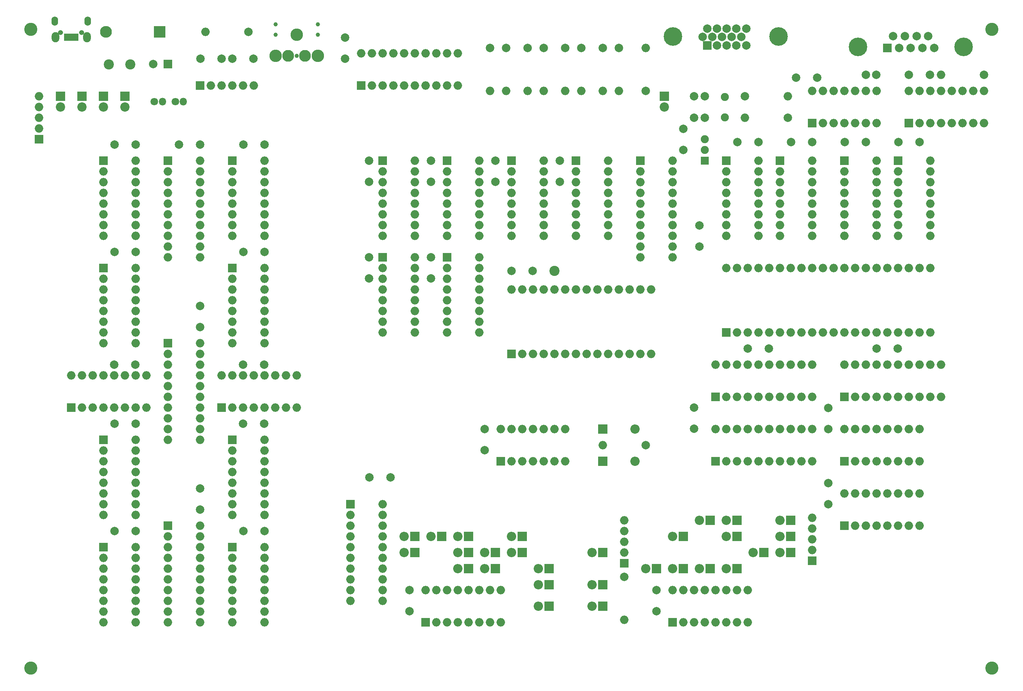
<source format=gbr>
%TF.GenerationSoftware,KiCad,Pcbnew,(5.1.6)-1*%
%TF.CreationDate,2020-07-16T21:59:04+01:00*%
%TF.ProjectId,Gigatron,47696761-7472-46f6-9e2e-6b696361645f,rev?*%
%TF.SameCoordinates,Original*%
%TF.FileFunction,Soldermask,Top*%
%TF.FilePolarity,Negative*%
%FSLAX46Y46*%
G04 Gerber Fmt 4.6, Leading zero omitted, Abs format (unit mm)*
G04 Created by KiCad (PCBNEW (5.1.6)-1) date 2020-07-16 21:59:04*
%MOMM*%
%LPD*%
G01*
G04 APERTURE LIST*
%ADD10C,3.100000*%
%ADD11O,1.200000X1.200000*%
%ADD12O,1.550000X2.200000*%
%ADD13O,1.850000X2.400000*%
%ADD14R,0.850000X1.700000*%
%ADD15C,4.400000*%
%ADD16C,2.000000*%
%ADD17R,2.000000X2.000000*%
%ADD18O,2.000000X2.000000*%
%ADD19C,1.900000*%
%ADD20R,1.900000X1.900000*%
%ADD21C,2.400000*%
%ADD22O,2.200000X2.200000*%
%ADD23R,2.200000X2.200000*%
%ADD24O,2.800000X2.800000*%
%ADD25R,2.800000X2.800000*%
%ADD26O,1.800000X1.800000*%
%ADD27C,1.800000*%
%ADD28C,2.950000*%
%ADD29C,2.800000*%
%ADD30C,1.000000*%
%ADD31C,2.200000*%
G04 APERTURE END LIST*
D10*
%TO.C,H4*%
X250825000Y-178435000D03*
%TD*%
%TO.C,H3*%
X23495000Y-178435000D03*
%TD*%
%TO.C,H2*%
X250825000Y-27305000D03*
%TD*%
%TO.C,H1*%
X23495000Y-27305000D03*
%TD*%
D11*
%TO.C,J1*%
X30520000Y-28105000D03*
X35520000Y-28105000D03*
D12*
X29145000Y-25355000D03*
X36895000Y-25355000D03*
D13*
X29295000Y-29155000D03*
X36745000Y-29155000D03*
D14*
X31720000Y-29205000D03*
X32370000Y-29205000D03*
X33020000Y-29205000D03*
X33670000Y-29205000D03*
X34320000Y-29205000D03*
%TD*%
D15*
%TO.C,J3*%
X175330000Y-29065000D03*
X200330000Y-29065000D03*
D16*
X192675000Y-27155000D03*
X190385000Y-27155000D03*
X188095000Y-27155000D03*
X185805000Y-27155000D03*
X183515000Y-27155000D03*
X191530000Y-29135000D03*
X189240000Y-29135000D03*
X186950000Y-29135000D03*
X184660000Y-29135000D03*
X182370000Y-29135000D03*
X192675000Y-31115000D03*
X190385000Y-31115000D03*
X188095000Y-31115000D03*
X185805000Y-31115000D03*
D17*
X183515000Y-31115000D03*
%TD*%
D15*
%TO.C,J4*%
X219100000Y-31450000D03*
X244100000Y-31450000D03*
D16*
X235755000Y-28910000D03*
X232985000Y-28910000D03*
X230215000Y-28910000D03*
X227445000Y-28910000D03*
X237140000Y-31750000D03*
X234370000Y-31750000D03*
X231600000Y-31750000D03*
X228830000Y-31750000D03*
D17*
X226060000Y-31750000D03*
%TD*%
D18*
%TO.C,R19*%
X238760000Y-38100000D03*
D16*
X248920000Y-38100000D03*
%TD*%
D18*
%TO.C,R10*%
X64770000Y-27940000D03*
D16*
X74930000Y-27940000D03*
%TD*%
D18*
%TO.C,R7*%
X158750000Y-125730000D03*
D16*
X168910000Y-125730000D03*
%TD*%
D18*
%TO.C,R6*%
X163830000Y-167005000D03*
D16*
X163830000Y-156845000D03*
%TD*%
D18*
%TO.C,R3*%
X168910000Y-31750000D03*
D16*
X168910000Y-41910000D03*
%TD*%
%TO.C,C3*%
X223480000Y-38100000D03*
X220980000Y-38100000D03*
%TD*%
%TO.C,C2*%
X180380000Y-43180000D03*
X182880000Y-43180000D03*
%TD*%
%TO.C,C1*%
X180380000Y-48260000D03*
X182880000Y-48260000D03*
%TD*%
D19*
%TO.C,Y1*%
X187630000Y-43300000D03*
X187630000Y-48180000D03*
%TD*%
D20*
%TO.C,U2*%
X182880000Y-58420000D03*
D19*
X182880000Y-53340000D03*
X182880000Y-55880000D03*
%TD*%
D18*
%TO.C,R18*%
X162560000Y-41910000D03*
D16*
X162560000Y-31750000D03*
%TD*%
D18*
%TO.C,R17*%
X158750000Y-41910000D03*
D16*
X158750000Y-31750000D03*
%TD*%
D18*
%TO.C,R16*%
X153670000Y-41910000D03*
D16*
X153670000Y-31750000D03*
%TD*%
D18*
%TO.C,R15*%
X149860000Y-41910000D03*
D16*
X149860000Y-31750000D03*
%TD*%
D18*
%TO.C,R14*%
X144780000Y-41910000D03*
D16*
X144780000Y-31750000D03*
%TD*%
D18*
%TO.C,R13*%
X140970000Y-41910000D03*
D16*
X140970000Y-31750000D03*
%TD*%
D18*
%TO.C,R12*%
X135890000Y-41910000D03*
D16*
X135890000Y-31750000D03*
%TD*%
D18*
%TO.C,R11*%
X132080000Y-41910000D03*
D16*
X132080000Y-31750000D03*
%TD*%
D18*
%TO.C,R9*%
X76200000Y-40640000D03*
X73660000Y-40640000D03*
X71120000Y-40640000D03*
X68580000Y-40640000D03*
X66040000Y-40640000D03*
D17*
X63500000Y-40640000D03*
%TD*%
D18*
%TO.C,R8*%
X25400000Y-43180000D03*
X25400000Y-45720000D03*
X25400000Y-48260000D03*
X25400000Y-50800000D03*
D17*
X25400000Y-53340000D03*
%TD*%
D18*
%TO.C,R5*%
X163830000Y-143510000D03*
X163830000Y-146050000D03*
X163830000Y-148590000D03*
X163830000Y-151130000D03*
D17*
X163830000Y-153670000D03*
%TD*%
D18*
%TO.C,R4*%
X208280000Y-142875000D03*
X208280000Y-145415000D03*
X208280000Y-147955000D03*
X208280000Y-150495000D03*
D17*
X208280000Y-153035000D03*
%TD*%
D18*
%TO.C,R2*%
X202565000Y-43180000D03*
D16*
X192405000Y-43180000D03*
%TD*%
D18*
%TO.C,R1*%
X192405000Y-48260000D03*
D16*
X202565000Y-48260000D03*
%TD*%
D21*
%TO.C,F1*%
X41960000Y-35630000D03*
X47040000Y-35640000D03*
%TD*%
D22*
%TO.C,D36*%
X156210000Y-151130000D03*
D23*
X158750000Y-151130000D03*
%TD*%
D22*
%TO.C,D35*%
X156210000Y-158750000D03*
D23*
X158750000Y-158750000D03*
%TD*%
D22*
%TO.C,D34*%
X156210000Y-163830000D03*
D23*
X158750000Y-163830000D03*
%TD*%
D22*
%TO.C,D33*%
X143510000Y-154940000D03*
D23*
X146050000Y-154940000D03*
%TD*%
D22*
%TO.C,D32*%
X143510000Y-158750000D03*
D23*
X146050000Y-158750000D03*
%TD*%
D22*
%TO.C,D31*%
X137160000Y-147320000D03*
D23*
X139700000Y-147320000D03*
%TD*%
D22*
%TO.C,D30*%
X137160000Y-151130000D03*
D23*
X139700000Y-151130000D03*
%TD*%
D22*
%TO.C,D29*%
X130810000Y-151130000D03*
D23*
X133350000Y-151130000D03*
%TD*%
D22*
%TO.C,D28*%
X130810000Y-154940000D03*
D23*
X133350000Y-154940000D03*
%TD*%
D22*
%TO.C,D27*%
X124460000Y-147320000D03*
D23*
X127000000Y-147320000D03*
%TD*%
D22*
%TO.C,D26*%
X124460000Y-151130000D03*
D23*
X127000000Y-151130000D03*
%TD*%
D22*
%TO.C,D25*%
X124460000Y-154940000D03*
D23*
X127000000Y-154940000D03*
%TD*%
D22*
%TO.C,D24*%
X118110000Y-147320000D03*
D23*
X120650000Y-147320000D03*
%TD*%
D22*
%TO.C,D23*%
X111760000Y-147320000D03*
D23*
X114300000Y-147320000D03*
%TD*%
D22*
%TO.C,D22*%
X111760000Y-151130000D03*
D23*
X114300000Y-151130000D03*
%TD*%
D22*
%TO.C,D21*%
X143510000Y-163830000D03*
D23*
X146050000Y-163830000D03*
%TD*%
D22*
%TO.C,D20*%
X200660000Y-143510000D03*
D23*
X203200000Y-143510000D03*
%TD*%
D22*
%TO.C,D19*%
X200660000Y-147320000D03*
D23*
X203200000Y-147320000D03*
%TD*%
D22*
%TO.C,D18*%
X200660000Y-151130000D03*
D23*
X203200000Y-151130000D03*
%TD*%
D22*
%TO.C,D17*%
X194310000Y-151130000D03*
D23*
X196850000Y-151130000D03*
%TD*%
D22*
%TO.C,D16*%
X187960000Y-143510000D03*
D23*
X190500000Y-143510000D03*
%TD*%
D22*
%TO.C,D15*%
X187960000Y-147320000D03*
D23*
X190500000Y-147320000D03*
%TD*%
D22*
%TO.C,D14*%
X187960000Y-154940000D03*
D23*
X190500000Y-154940000D03*
%TD*%
D22*
%TO.C,D13*%
X181610000Y-143510000D03*
D23*
X184150000Y-143510000D03*
%TD*%
D22*
%TO.C,D12*%
X181610000Y-154940000D03*
D23*
X184150000Y-154940000D03*
%TD*%
D22*
%TO.C,D11*%
X175260000Y-147320000D03*
D23*
X177800000Y-147320000D03*
%TD*%
D22*
%TO.C,D10*%
X175260000Y-154940000D03*
D23*
X177800000Y-154940000D03*
%TD*%
D22*
%TO.C,D9*%
X168910000Y-154940000D03*
D23*
X171450000Y-154940000D03*
%TD*%
D22*
%TO.C,D4*%
X166370000Y-121920000D03*
D23*
X158750000Y-121920000D03*
%TD*%
D22*
%TO.C,D3*%
X166370000Y-129540000D03*
D23*
X158750000Y-129540000D03*
%TD*%
D24*
%TO.C,D1*%
X41275000Y-27940000D03*
D25*
X53975000Y-27940000D03*
%TD*%
D16*
%TO.C,C44*%
X63580000Y-34290000D03*
X68580000Y-34290000D03*
%TD*%
%TO.C,C43*%
X76120000Y-34290000D03*
X71120000Y-34290000D03*
%TD*%
%TO.C,C42*%
X97790000Y-29290000D03*
X97790000Y-34290000D03*
%TD*%
%TO.C,C41*%
X177800000Y-50880000D03*
X177800000Y-55880000D03*
%TD*%
%TO.C,C40*%
X148590000Y-63420000D03*
X148590000Y-58420000D03*
%TD*%
%TO.C,C39*%
X142160000Y-84455000D03*
X137160000Y-84455000D03*
%TD*%
%TO.C,C38*%
X133350000Y-63420000D03*
X133350000Y-58420000D03*
%TD*%
%TO.C,C37*%
X118110000Y-63420000D03*
X118110000Y-58420000D03*
%TD*%
%TO.C,C36*%
X118110000Y-86280000D03*
X118110000Y-81280000D03*
%TD*%
%TO.C,C35*%
X103505000Y-86280000D03*
X103505000Y-81280000D03*
%TD*%
%TO.C,C34*%
X103505000Y-63420000D03*
X103505000Y-58420000D03*
%TD*%
%TO.C,C33*%
X73740000Y-54610000D03*
X78740000Y-54610000D03*
%TD*%
%TO.C,C32*%
X58500000Y-54610000D03*
X63500000Y-54610000D03*
%TD*%
%TO.C,C31*%
X43260000Y-54610000D03*
X48260000Y-54610000D03*
%TD*%
%TO.C,C30*%
X73740000Y-80010000D03*
X78740000Y-80010000D03*
%TD*%
%TO.C,C29*%
X43260000Y-80010000D03*
X48260000Y-80010000D03*
%TD*%
%TO.C,C28*%
X48180000Y-106680000D03*
X43180000Y-106680000D03*
%TD*%
%TO.C,C27*%
X63500000Y-92790000D03*
X63500000Y-97790000D03*
%TD*%
%TO.C,C26*%
X78660000Y-106680000D03*
X73660000Y-106680000D03*
%TD*%
%TO.C,C25*%
X78660000Y-120650000D03*
X73660000Y-120650000D03*
%TD*%
%TO.C,C24*%
X43260000Y-120650000D03*
X48260000Y-120650000D03*
%TD*%
%TO.C,C23*%
X43260000Y-146050000D03*
X48260000Y-146050000D03*
%TD*%
%TO.C,C22*%
X63500000Y-135970000D03*
X63500000Y-140970000D03*
%TD*%
%TO.C,C21*%
X73740000Y-146050000D03*
X78740000Y-146050000D03*
%TD*%
%TO.C,C20*%
X103585000Y-133350000D03*
X108585000Y-133350000D03*
%TD*%
%TO.C,C19*%
X113030000Y-165020000D03*
X113030000Y-160020000D03*
%TD*%
%TO.C,C18*%
X130810000Y-126920000D03*
X130810000Y-121920000D03*
%TD*%
%TO.C,C17*%
X171450000Y-165020000D03*
X171450000Y-160020000D03*
%TD*%
%TO.C,C16*%
X212090000Y-134700000D03*
X212090000Y-139700000D03*
%TD*%
%TO.C,C15*%
X180340000Y-121840000D03*
X180340000Y-116840000D03*
%TD*%
%TO.C,C14*%
X212090000Y-116920000D03*
X212090000Y-121920000D03*
%TD*%
%TO.C,C13*%
X228520000Y-102870000D03*
X223520000Y-102870000D03*
%TD*%
%TO.C,C12*%
X198040000Y-102870000D03*
X193040000Y-102870000D03*
%TD*%
%TO.C,C11*%
X181610000Y-73740000D03*
X181610000Y-78740000D03*
%TD*%
%TO.C,C10*%
X190580000Y-53975000D03*
X195580000Y-53975000D03*
%TD*%
%TO.C,C9*%
X203280000Y-53975000D03*
X208280000Y-53975000D03*
%TD*%
%TO.C,C8*%
X215980000Y-53975000D03*
X220980000Y-53975000D03*
%TD*%
%TO.C,C7*%
X228680000Y-53975000D03*
X233680000Y-53975000D03*
%TD*%
%TO.C,C6*%
X236140000Y-38100000D03*
X231140000Y-38100000D03*
%TD*%
%TO.C,C5*%
X209470000Y-38735000D03*
X204470000Y-38735000D03*
%TD*%
%TO.C,C4*%
X52380000Y-35560000D03*
D17*
X55880000Y-35560000D03*
%TD*%
D26*
%TO.C,R101*%
X59565000Y-44450000D03*
D27*
X57665000Y-44450000D03*
%TD*%
D26*
%TO.C,R100*%
X54605000Y-44450000D03*
D27*
X52705000Y-44450000D03*
%TD*%
D17*
%TO.C,U16*%
X134620000Y-129540000D03*
D18*
X149860000Y-121920000D03*
X137160000Y-129540000D03*
X147320000Y-121920000D03*
X139700000Y-129540000D03*
X144780000Y-121920000D03*
X142240000Y-129540000D03*
X142240000Y-121920000D03*
X144780000Y-129540000D03*
X139700000Y-121920000D03*
X147320000Y-129540000D03*
X137160000Y-121920000D03*
X149860000Y-129540000D03*
X134620000Y-121920000D03*
%TD*%
D17*
%TO.C,U11*%
X215900000Y-129540000D03*
D18*
X233680000Y-121920000D03*
X218440000Y-129540000D03*
X231140000Y-121920000D03*
X220980000Y-129540000D03*
X228600000Y-121920000D03*
X223520000Y-129540000D03*
X226060000Y-121920000D03*
X226060000Y-129540000D03*
X223520000Y-121920000D03*
X228600000Y-129540000D03*
X220980000Y-121920000D03*
X231140000Y-129540000D03*
X218440000Y-121920000D03*
X233680000Y-129540000D03*
X215900000Y-121920000D03*
%TD*%
%TO.C,U7*%
X187960000Y-83820000D03*
X236220000Y-99060000D03*
X190500000Y-83820000D03*
X233680000Y-99060000D03*
X193040000Y-83820000D03*
X231140000Y-99060000D03*
X195580000Y-83820000D03*
X228600000Y-99060000D03*
X198120000Y-83820000D03*
X226060000Y-99060000D03*
X200660000Y-83820000D03*
X223520000Y-99060000D03*
X203200000Y-83820000D03*
X220980000Y-99060000D03*
X205740000Y-83820000D03*
X218440000Y-99060000D03*
X208280000Y-83820000D03*
X215900000Y-99060000D03*
X210820000Y-83820000D03*
X213360000Y-99060000D03*
X213360000Y-83820000D03*
X210820000Y-99060000D03*
X215900000Y-83820000D03*
X208280000Y-99060000D03*
X218440000Y-83820000D03*
X205740000Y-99060000D03*
X220980000Y-83820000D03*
X203200000Y-99060000D03*
X223520000Y-83820000D03*
X200660000Y-99060000D03*
X226060000Y-83820000D03*
X198120000Y-99060000D03*
X228600000Y-83820000D03*
X195580000Y-99060000D03*
X231140000Y-83820000D03*
X193040000Y-99060000D03*
X233680000Y-83820000D03*
X190500000Y-99060000D03*
X236220000Y-83820000D03*
D17*
X187960000Y-99060000D03*
%TD*%
D18*
%TO.C,U39*%
X231140000Y-41910000D03*
X248920000Y-49530000D03*
X233680000Y-41910000D03*
X246380000Y-49530000D03*
X236220000Y-41910000D03*
X243840000Y-49530000D03*
X238760000Y-41910000D03*
X241300000Y-49530000D03*
X241300000Y-41910000D03*
X238760000Y-49530000D03*
X243840000Y-41910000D03*
X236220000Y-49530000D03*
X246380000Y-41910000D03*
X233680000Y-49530000D03*
X248920000Y-41910000D03*
D17*
X231140000Y-49530000D03*
%TD*%
D18*
%TO.C,U38*%
X63500000Y-58420000D03*
X55880000Y-81280000D03*
X63500000Y-60960000D03*
X55880000Y-78740000D03*
X63500000Y-63500000D03*
X55880000Y-76200000D03*
X63500000Y-66040000D03*
X55880000Y-73660000D03*
X63500000Y-68580000D03*
X55880000Y-71120000D03*
X63500000Y-71120000D03*
X55880000Y-68580000D03*
X63500000Y-73660000D03*
X55880000Y-66040000D03*
X63500000Y-76200000D03*
X55880000Y-63500000D03*
X63500000Y-78740000D03*
X55880000Y-60960000D03*
X63500000Y-81280000D03*
D17*
X55880000Y-58420000D03*
%TD*%
D18*
%TO.C,U37*%
X101600000Y-33020000D03*
X124460000Y-40640000D03*
X104140000Y-33020000D03*
X121920000Y-40640000D03*
X106680000Y-33020000D03*
X119380000Y-40640000D03*
X109220000Y-33020000D03*
X116840000Y-40640000D03*
X111760000Y-33020000D03*
X114300000Y-40640000D03*
X114300000Y-33020000D03*
X111760000Y-40640000D03*
X116840000Y-33020000D03*
X109220000Y-40640000D03*
X119380000Y-33020000D03*
X106680000Y-40640000D03*
X121920000Y-33020000D03*
X104140000Y-40640000D03*
X124460000Y-33020000D03*
D17*
X101600000Y-40640000D03*
%TD*%
D18*
%TO.C,U36*%
X137160000Y-88900000D03*
X170180000Y-104140000D03*
X139700000Y-88900000D03*
X167640000Y-104140000D03*
X142240000Y-88900000D03*
X165100000Y-104140000D03*
X144780000Y-88900000D03*
X162560000Y-104140000D03*
X147320000Y-88900000D03*
X160020000Y-104140000D03*
X149860000Y-88900000D03*
X157480000Y-104140000D03*
X152400000Y-88900000D03*
X154940000Y-104140000D03*
X154940000Y-88900000D03*
X152400000Y-104140000D03*
X157480000Y-88900000D03*
X149860000Y-104140000D03*
X160020000Y-88900000D03*
X147320000Y-104140000D03*
X162560000Y-88900000D03*
X144780000Y-104140000D03*
X165100000Y-88900000D03*
X142240000Y-104140000D03*
X167640000Y-88900000D03*
X139700000Y-104140000D03*
X170180000Y-88900000D03*
D17*
X137160000Y-104140000D03*
%TD*%
D18*
%TO.C,U35*%
X114300000Y-81280000D03*
X106680000Y-99060000D03*
X114300000Y-83820000D03*
X106680000Y-96520000D03*
X114300000Y-86360000D03*
X106680000Y-93980000D03*
X114300000Y-88900000D03*
X106680000Y-91440000D03*
X114300000Y-91440000D03*
X106680000Y-88900000D03*
X114300000Y-93980000D03*
X106680000Y-86360000D03*
X114300000Y-96520000D03*
X106680000Y-83820000D03*
X114300000Y-99060000D03*
D17*
X106680000Y-81280000D03*
%TD*%
D18*
%TO.C,U34*%
X129540000Y-81280000D03*
X121920000Y-99060000D03*
X129540000Y-83820000D03*
X121920000Y-96520000D03*
X129540000Y-86360000D03*
X121920000Y-93980000D03*
X129540000Y-88900000D03*
X121920000Y-91440000D03*
X129540000Y-91440000D03*
X121920000Y-88900000D03*
X129540000Y-93980000D03*
X121920000Y-86360000D03*
X129540000Y-96520000D03*
X121920000Y-83820000D03*
X129540000Y-99060000D03*
D17*
X121920000Y-81280000D03*
%TD*%
D18*
%TO.C,U33*%
X144780000Y-58420000D03*
X137160000Y-76200000D03*
X144780000Y-60960000D03*
X137160000Y-73660000D03*
X144780000Y-63500000D03*
X137160000Y-71120000D03*
X144780000Y-66040000D03*
X137160000Y-68580000D03*
X144780000Y-68580000D03*
X137160000Y-66040000D03*
X144780000Y-71120000D03*
X137160000Y-63500000D03*
X144780000Y-73660000D03*
X137160000Y-60960000D03*
X144780000Y-76200000D03*
D17*
X137160000Y-58420000D03*
%TD*%
D18*
%TO.C,U32*%
X160020000Y-58420000D03*
X152400000Y-76200000D03*
X160020000Y-60960000D03*
X152400000Y-73660000D03*
X160020000Y-63500000D03*
X152400000Y-71120000D03*
X160020000Y-66040000D03*
X152400000Y-68580000D03*
X160020000Y-68580000D03*
X152400000Y-66040000D03*
X160020000Y-71120000D03*
X152400000Y-63500000D03*
X160020000Y-73660000D03*
X152400000Y-60960000D03*
X160020000Y-76200000D03*
D17*
X152400000Y-58420000D03*
%TD*%
D18*
%TO.C,U31*%
X175260000Y-58420000D03*
X167640000Y-81280000D03*
X175260000Y-60960000D03*
X167640000Y-78740000D03*
X175260000Y-63500000D03*
X167640000Y-76200000D03*
X175260000Y-66040000D03*
X167640000Y-73660000D03*
X175260000Y-68580000D03*
X167640000Y-71120000D03*
X175260000Y-71120000D03*
X167640000Y-68580000D03*
X175260000Y-73660000D03*
X167640000Y-66040000D03*
X175260000Y-76200000D03*
X167640000Y-63500000D03*
X175260000Y-78740000D03*
X167640000Y-60960000D03*
X175260000Y-81280000D03*
D17*
X167640000Y-58420000D03*
%TD*%
D18*
%TO.C,U30*%
X114300000Y-58420000D03*
X106680000Y-76200000D03*
X114300000Y-60960000D03*
X106680000Y-73660000D03*
X114300000Y-63500000D03*
X106680000Y-71120000D03*
X114300000Y-66040000D03*
X106680000Y-68580000D03*
X114300000Y-68580000D03*
X106680000Y-66040000D03*
X114300000Y-71120000D03*
X106680000Y-63500000D03*
X114300000Y-73660000D03*
X106680000Y-60960000D03*
X114300000Y-76200000D03*
D17*
X106680000Y-58420000D03*
%TD*%
D18*
%TO.C,U29*%
X129540000Y-58420000D03*
X121920000Y-76200000D03*
X129540000Y-60960000D03*
X121920000Y-73660000D03*
X129540000Y-63500000D03*
X121920000Y-71120000D03*
X129540000Y-66040000D03*
X121920000Y-68580000D03*
X129540000Y-68580000D03*
X121920000Y-66040000D03*
X129540000Y-71120000D03*
X121920000Y-63500000D03*
X129540000Y-73660000D03*
X121920000Y-60960000D03*
X129540000Y-76200000D03*
D17*
X121920000Y-58420000D03*
%TD*%
D18*
%TO.C,U28*%
X63500000Y-144780000D03*
X55880000Y-167640000D03*
X63500000Y-147320000D03*
X55880000Y-165100000D03*
X63500000Y-149860000D03*
X55880000Y-162560000D03*
X63500000Y-152400000D03*
X55880000Y-160020000D03*
X63500000Y-154940000D03*
X55880000Y-157480000D03*
X63500000Y-157480000D03*
X55880000Y-154940000D03*
X63500000Y-160020000D03*
X55880000Y-152400000D03*
X63500000Y-162560000D03*
X55880000Y-149860000D03*
X63500000Y-165100000D03*
X55880000Y-147320000D03*
X63500000Y-167640000D03*
D17*
X55880000Y-144780000D03*
%TD*%
D18*
%TO.C,U27*%
X63500000Y-101600000D03*
X55880000Y-124460000D03*
X63500000Y-104140000D03*
X55880000Y-121920000D03*
X63500000Y-106680000D03*
X55880000Y-119380000D03*
X63500000Y-109220000D03*
X55880000Y-116840000D03*
X63500000Y-111760000D03*
X55880000Y-114300000D03*
X63500000Y-114300000D03*
X55880000Y-111760000D03*
X63500000Y-116840000D03*
X55880000Y-109220000D03*
X63500000Y-119380000D03*
X55880000Y-106680000D03*
X63500000Y-121920000D03*
X55880000Y-104140000D03*
X63500000Y-124460000D03*
D17*
X55880000Y-101600000D03*
%TD*%
D18*
%TO.C,U26*%
X33020000Y-109220000D03*
X50800000Y-116840000D03*
X35560000Y-109220000D03*
X48260000Y-116840000D03*
X38100000Y-109220000D03*
X45720000Y-116840000D03*
X40640000Y-109220000D03*
X43180000Y-116840000D03*
X43180000Y-109220000D03*
X40640000Y-116840000D03*
X45720000Y-109220000D03*
X38100000Y-116840000D03*
X48260000Y-109220000D03*
X35560000Y-116840000D03*
X50800000Y-109220000D03*
D17*
X33020000Y-116840000D03*
%TD*%
D18*
%TO.C,U25*%
X68580000Y-109220000D03*
X86360000Y-116840000D03*
X71120000Y-109220000D03*
X83820000Y-116840000D03*
X73660000Y-109220000D03*
X81280000Y-116840000D03*
X76200000Y-109220000D03*
X78740000Y-116840000D03*
X78740000Y-109220000D03*
X76200000Y-116840000D03*
X81280000Y-109220000D03*
X73660000Y-116840000D03*
X83820000Y-109220000D03*
X71120000Y-116840000D03*
X86360000Y-109220000D03*
D17*
X68580000Y-116840000D03*
%TD*%
D18*
%TO.C,U24*%
X48260000Y-58420000D03*
X40640000Y-76200000D03*
X48260000Y-60960000D03*
X40640000Y-73660000D03*
X48260000Y-63500000D03*
X40640000Y-71120000D03*
X48260000Y-66040000D03*
X40640000Y-68580000D03*
X48260000Y-68580000D03*
X40640000Y-66040000D03*
X48260000Y-71120000D03*
X40640000Y-63500000D03*
X48260000Y-73660000D03*
X40640000Y-60960000D03*
X48260000Y-76200000D03*
D17*
X40640000Y-58420000D03*
%TD*%
D18*
%TO.C,U23*%
X48260000Y-83820000D03*
X40640000Y-101600000D03*
X48260000Y-86360000D03*
X40640000Y-99060000D03*
X48260000Y-88900000D03*
X40640000Y-96520000D03*
X48260000Y-91440000D03*
X40640000Y-93980000D03*
X48260000Y-93980000D03*
X40640000Y-91440000D03*
X48260000Y-96520000D03*
X40640000Y-88900000D03*
X48260000Y-99060000D03*
X40640000Y-86360000D03*
X48260000Y-101600000D03*
D17*
X40640000Y-83820000D03*
%TD*%
D18*
%TO.C,U22*%
X48260000Y-124460000D03*
X40640000Y-142240000D03*
X48260000Y-127000000D03*
X40640000Y-139700000D03*
X48260000Y-129540000D03*
X40640000Y-137160000D03*
X48260000Y-132080000D03*
X40640000Y-134620000D03*
X48260000Y-134620000D03*
X40640000Y-132080000D03*
X48260000Y-137160000D03*
X40640000Y-129540000D03*
X48260000Y-139700000D03*
X40640000Y-127000000D03*
X48260000Y-142240000D03*
D17*
X40640000Y-124460000D03*
%TD*%
D18*
%TO.C,U21*%
X48260000Y-149860000D03*
X40640000Y-167640000D03*
X48260000Y-152400000D03*
X40640000Y-165100000D03*
X48260000Y-154940000D03*
X40640000Y-162560000D03*
X48260000Y-157480000D03*
X40640000Y-160020000D03*
X48260000Y-160020000D03*
X40640000Y-157480000D03*
X48260000Y-162560000D03*
X40640000Y-154940000D03*
X48260000Y-165100000D03*
X40640000Y-152400000D03*
X48260000Y-167640000D03*
D17*
X40640000Y-149860000D03*
%TD*%
D18*
%TO.C,U20*%
X78740000Y-58420000D03*
X71120000Y-76200000D03*
X78740000Y-60960000D03*
X71120000Y-73660000D03*
X78740000Y-63500000D03*
X71120000Y-71120000D03*
X78740000Y-66040000D03*
X71120000Y-68580000D03*
X78740000Y-68580000D03*
X71120000Y-66040000D03*
X78740000Y-71120000D03*
X71120000Y-63500000D03*
X78740000Y-73660000D03*
X71120000Y-60960000D03*
X78740000Y-76200000D03*
D17*
X71120000Y-58420000D03*
%TD*%
D18*
%TO.C,U19*%
X78740000Y-83820000D03*
X71120000Y-101600000D03*
X78740000Y-86360000D03*
X71120000Y-99060000D03*
X78740000Y-88900000D03*
X71120000Y-96520000D03*
X78740000Y-91440000D03*
X71120000Y-93980000D03*
X78740000Y-93980000D03*
X71120000Y-91440000D03*
X78740000Y-96520000D03*
X71120000Y-88900000D03*
X78740000Y-99060000D03*
X71120000Y-86360000D03*
X78740000Y-101600000D03*
D17*
X71120000Y-83820000D03*
%TD*%
D18*
%TO.C,U18*%
X78740000Y-124460000D03*
X71120000Y-142240000D03*
X78740000Y-127000000D03*
X71120000Y-139700000D03*
X78740000Y-129540000D03*
X71120000Y-137160000D03*
X78740000Y-132080000D03*
X71120000Y-134620000D03*
X78740000Y-134620000D03*
X71120000Y-132080000D03*
X78740000Y-137160000D03*
X71120000Y-129540000D03*
X78740000Y-139700000D03*
X71120000Y-127000000D03*
X78740000Y-142240000D03*
D17*
X71120000Y-124460000D03*
%TD*%
D18*
%TO.C,U17*%
X78740000Y-149860000D03*
X71120000Y-167640000D03*
X78740000Y-152400000D03*
X71120000Y-165100000D03*
X78740000Y-154940000D03*
X71120000Y-162560000D03*
X78740000Y-157480000D03*
X71120000Y-160020000D03*
X78740000Y-160020000D03*
X71120000Y-157480000D03*
X78740000Y-162560000D03*
X71120000Y-154940000D03*
X78740000Y-165100000D03*
X71120000Y-152400000D03*
X78740000Y-167640000D03*
D17*
X71120000Y-149860000D03*
%TD*%
D18*
%TO.C,U15*%
X106680000Y-139700000D03*
X99060000Y-162560000D03*
X106680000Y-142240000D03*
X99060000Y-160020000D03*
X106680000Y-144780000D03*
X99060000Y-157480000D03*
X106680000Y-147320000D03*
X99060000Y-154940000D03*
X106680000Y-149860000D03*
X99060000Y-152400000D03*
X106680000Y-152400000D03*
X99060000Y-149860000D03*
X106680000Y-154940000D03*
X99060000Y-147320000D03*
X106680000Y-157480000D03*
X99060000Y-144780000D03*
X106680000Y-160020000D03*
X99060000Y-142240000D03*
X106680000Y-162560000D03*
D17*
X99060000Y-139700000D03*
%TD*%
D18*
%TO.C,U14*%
X116840000Y-160020000D03*
X134620000Y-167640000D03*
X119380000Y-160020000D03*
X132080000Y-167640000D03*
X121920000Y-160020000D03*
X129540000Y-167640000D03*
X124460000Y-160020000D03*
X127000000Y-167640000D03*
X127000000Y-160020000D03*
X124460000Y-167640000D03*
X129540000Y-160020000D03*
X121920000Y-167640000D03*
X132080000Y-160020000D03*
X119380000Y-167640000D03*
X134620000Y-160020000D03*
D17*
X116840000Y-167640000D03*
%TD*%
D18*
%TO.C,U13*%
X175260000Y-160020000D03*
X193040000Y-167640000D03*
X177800000Y-160020000D03*
X190500000Y-167640000D03*
X180340000Y-160020000D03*
X187960000Y-167640000D03*
X182880000Y-160020000D03*
X185420000Y-167640000D03*
X185420000Y-160020000D03*
X182880000Y-167640000D03*
X187960000Y-160020000D03*
X180340000Y-167640000D03*
X190500000Y-160020000D03*
X177800000Y-167640000D03*
X193040000Y-160020000D03*
D17*
X175260000Y-167640000D03*
%TD*%
D18*
%TO.C,U12*%
X215900000Y-137160000D03*
X233680000Y-144780000D03*
X218440000Y-137160000D03*
X231140000Y-144780000D03*
X220980000Y-137160000D03*
X228600000Y-144780000D03*
X223520000Y-137160000D03*
X226060000Y-144780000D03*
X226060000Y-137160000D03*
X223520000Y-144780000D03*
X228600000Y-137160000D03*
X220980000Y-144780000D03*
X231140000Y-137160000D03*
X218440000Y-144780000D03*
X233680000Y-137160000D03*
D17*
X215900000Y-144780000D03*
%TD*%
D18*
%TO.C,U10*%
X185420000Y-121920000D03*
X208280000Y-129540000D03*
X187960000Y-121920000D03*
X205740000Y-129540000D03*
X190500000Y-121920000D03*
X203200000Y-129540000D03*
X193040000Y-121920000D03*
X200660000Y-129540000D03*
X195580000Y-121920000D03*
X198120000Y-129540000D03*
X198120000Y-121920000D03*
X195580000Y-129540000D03*
X200660000Y-121920000D03*
X193040000Y-129540000D03*
X203200000Y-121920000D03*
X190500000Y-129540000D03*
X205740000Y-121920000D03*
X187960000Y-129540000D03*
X208280000Y-121920000D03*
D17*
X185420000Y-129540000D03*
%TD*%
%TO.C,U9*%
X185420000Y-114300000D03*
D18*
X208280000Y-106680000D03*
X187960000Y-114300000D03*
X205740000Y-106680000D03*
X190500000Y-114300000D03*
X203200000Y-106680000D03*
X193040000Y-114300000D03*
X200660000Y-106680000D03*
X195580000Y-114300000D03*
X198120000Y-106680000D03*
X198120000Y-114300000D03*
X195580000Y-106680000D03*
X200660000Y-114300000D03*
X193040000Y-106680000D03*
X203200000Y-114300000D03*
X190500000Y-106680000D03*
X205740000Y-114300000D03*
X187960000Y-106680000D03*
X208280000Y-114300000D03*
X185420000Y-106680000D03*
%TD*%
D17*
%TO.C,U8*%
X215900000Y-114300000D03*
D18*
X238760000Y-106680000D03*
X218440000Y-114300000D03*
X236220000Y-106680000D03*
X220980000Y-114300000D03*
X233680000Y-106680000D03*
X223520000Y-114300000D03*
X231140000Y-106680000D03*
X226060000Y-114300000D03*
X228600000Y-106680000D03*
X228600000Y-114300000D03*
X226060000Y-106680000D03*
X231140000Y-114300000D03*
X223520000Y-106680000D03*
X233680000Y-114300000D03*
X220980000Y-106680000D03*
X236220000Y-114300000D03*
X218440000Y-106680000D03*
X238760000Y-114300000D03*
X215900000Y-106680000D03*
%TD*%
%TO.C,U6*%
X195580000Y-58420000D03*
X187960000Y-76200000D03*
X195580000Y-60960000D03*
X187960000Y-73660000D03*
X195580000Y-63500000D03*
X187960000Y-71120000D03*
X195580000Y-66040000D03*
X187960000Y-68580000D03*
X195580000Y-68580000D03*
X187960000Y-66040000D03*
X195580000Y-71120000D03*
X187960000Y-63500000D03*
X195580000Y-73660000D03*
X187960000Y-60960000D03*
X195580000Y-76200000D03*
D17*
X187960000Y-58420000D03*
%TD*%
D18*
%TO.C,U5*%
X208280000Y-58420000D03*
X200660000Y-76200000D03*
X208280000Y-60960000D03*
X200660000Y-73660000D03*
X208280000Y-63500000D03*
X200660000Y-71120000D03*
X208280000Y-66040000D03*
X200660000Y-68580000D03*
X208280000Y-68580000D03*
X200660000Y-66040000D03*
X208280000Y-71120000D03*
X200660000Y-63500000D03*
X208280000Y-73660000D03*
X200660000Y-60960000D03*
X208280000Y-76200000D03*
D17*
X200660000Y-58420000D03*
%TD*%
D18*
%TO.C,U4*%
X223520000Y-58420000D03*
X215900000Y-76200000D03*
X223520000Y-60960000D03*
X215900000Y-73660000D03*
X223520000Y-63500000D03*
X215900000Y-71120000D03*
X223520000Y-66040000D03*
X215900000Y-68580000D03*
X223520000Y-68580000D03*
X215900000Y-66040000D03*
X223520000Y-71120000D03*
X215900000Y-63500000D03*
X223520000Y-73660000D03*
X215900000Y-60960000D03*
X223520000Y-76200000D03*
D17*
X215900000Y-58420000D03*
%TD*%
D18*
%TO.C,U3*%
X236220000Y-58420000D03*
X228600000Y-76200000D03*
X236220000Y-60960000D03*
X228600000Y-73660000D03*
X236220000Y-63500000D03*
X228600000Y-71120000D03*
X236220000Y-66040000D03*
X228600000Y-68580000D03*
X236220000Y-68580000D03*
X228600000Y-66040000D03*
X236220000Y-71120000D03*
X228600000Y-63500000D03*
X236220000Y-73660000D03*
X228600000Y-60960000D03*
X236220000Y-76200000D03*
D17*
X228600000Y-58420000D03*
%TD*%
%TO.C,U1*%
X208280000Y-49530000D03*
D18*
X223520000Y-41910000D03*
X210820000Y-49530000D03*
X220980000Y-41910000D03*
X213360000Y-49530000D03*
X218440000Y-41910000D03*
X215900000Y-49530000D03*
X215900000Y-41910000D03*
X218440000Y-49530000D03*
X213360000Y-41910000D03*
X220980000Y-49530000D03*
X210820000Y-41910000D03*
X223520000Y-49530000D03*
X208280000Y-41910000D03*
%TD*%
D28*
%TO.C,J2*%
X86360000Y-28630000D03*
X81360000Y-33630000D03*
X91360000Y-33630000D03*
D29*
X84360000Y-33630000D03*
X88360000Y-33630000D03*
D30*
X91360000Y-26130000D03*
X91360000Y-28630000D03*
X86360000Y-33630000D03*
X81360000Y-26130000D03*
X81360000Y-28630000D03*
%TD*%
D31*
%TO.C,D8*%
X45720000Y-45720000D03*
D23*
X45720000Y-43180000D03*
%TD*%
D31*
%TO.C,D7*%
X40640000Y-45720000D03*
D23*
X40640000Y-43180000D03*
%TD*%
D31*
%TO.C,D6*%
X35560000Y-45720000D03*
D23*
X35560000Y-43180000D03*
%TD*%
D31*
%TO.C,D5*%
X30480000Y-45720000D03*
D23*
X30480000Y-43180000D03*
%TD*%
D31*
%TO.C,D2*%
X173355000Y-45720000D03*
D23*
X173355000Y-43180000D03*
%TD*%
D21*
%TO.C,A15*%
X147320000Y-84455000D03*
%TD*%
M02*

</source>
